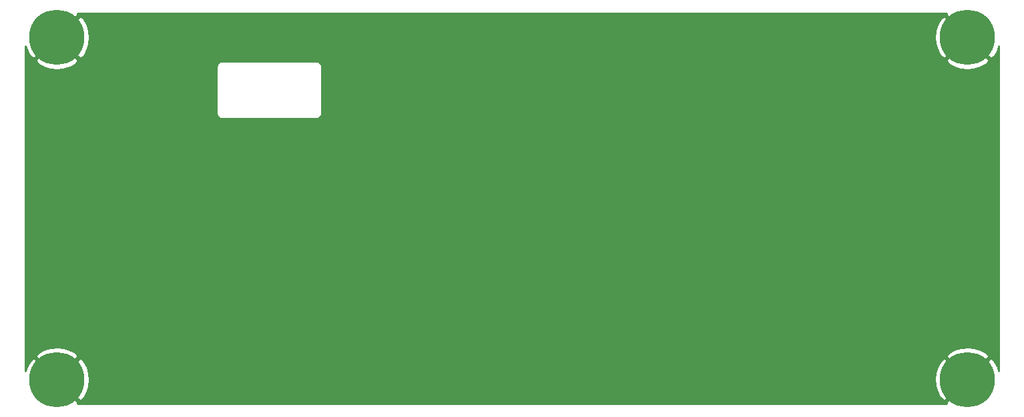
<source format=gtl>
G04 #@! TF.GenerationSoftware,KiCad,Pcbnew,(5.1.9)-1*
G04 #@! TF.CreationDate,2022-01-12T11:11:23-07:00*
G04 #@! TF.ProjectId,KiCAD_Front_Plate_02,4b694341-445f-4467-926f-6e745f506c61,rev?*
G04 #@! TF.SameCoordinates,Original*
G04 #@! TF.FileFunction,Copper,L1,Top*
G04 #@! TF.FilePolarity,Positive*
%FSLAX46Y46*%
G04 Gerber Fmt 4.6, Leading zero omitted, Abs format (unit mm)*
G04 Created by KiCad (PCBNEW (5.1.9)-1) date 2022-01-12 11:11:23*
%MOMM*%
%LPD*%
G01*
G04 APERTURE LIST*
G04 #@! TA.AperFunction,ComponentPad*
%ADD10C,7.000000*%
G04 #@! TD*
G04 #@! TA.AperFunction,Conductor*
%ADD11C,0.254000*%
G04 #@! TD*
G04 #@! TA.AperFunction,Conductor*
%ADD12C,0.100000*%
G04 #@! TD*
G04 APERTURE END LIST*
D10*
X4650000Y-3700000D03*
X120150000Y-3700000D03*
X120150000Y-47200000D03*
X4650000Y-47200000D03*
D11*
X117415450Y-785845D02*
X120150000Y-3520395D01*
X120164143Y-3506253D01*
X120343748Y-3685858D01*
X120329605Y-3700000D01*
X123064155Y-6434550D01*
X123584550Y-6038366D01*
X123974748Y-5323388D01*
X124140001Y-4795208D01*
X124140000Y-46111585D01*
X124002415Y-45643403D01*
X123624715Y-44921744D01*
X123584550Y-44861634D01*
X123064155Y-44465450D01*
X120329605Y-47200000D01*
X120343748Y-47214143D01*
X120164143Y-47393748D01*
X120150000Y-47379605D01*
X117415450Y-50114155D01*
X117511258Y-50240000D01*
X7288742Y-50240000D01*
X7384550Y-50114155D01*
X4650000Y-47379605D01*
X4635858Y-47393748D01*
X4456253Y-47214143D01*
X4470395Y-47200000D01*
X4829605Y-47200000D01*
X7564155Y-49934550D01*
X8084550Y-49538366D01*
X8474748Y-48823388D01*
X8717964Y-48046024D01*
X8804851Y-47236147D01*
X8798366Y-47163853D01*
X115995149Y-47163853D01*
X116067931Y-47975118D01*
X116297585Y-48756597D01*
X116675285Y-49478256D01*
X116715450Y-49538366D01*
X117235845Y-49934550D01*
X119970395Y-47200000D01*
X117235845Y-44465450D01*
X116715450Y-44861634D01*
X116325252Y-45576612D01*
X116082036Y-46353976D01*
X115995149Y-47163853D01*
X8798366Y-47163853D01*
X8732069Y-46424882D01*
X8502415Y-45643403D01*
X8124715Y-44921744D01*
X8084550Y-44861634D01*
X7564155Y-44465450D01*
X4829605Y-47200000D01*
X4470395Y-47200000D01*
X1735845Y-44465450D01*
X1215450Y-44861634D01*
X825252Y-45576612D01*
X660000Y-46104788D01*
X660000Y-44285845D01*
X1915450Y-44285845D01*
X4650000Y-47020395D01*
X7384550Y-44285845D01*
X117415450Y-44285845D01*
X120150000Y-47020395D01*
X122884550Y-44285845D01*
X122488366Y-43765450D01*
X121773388Y-43375252D01*
X120996024Y-43132036D01*
X120186147Y-43045149D01*
X119374882Y-43117931D01*
X118593403Y-43347585D01*
X117871744Y-43725285D01*
X117811634Y-43765450D01*
X117415450Y-44285845D01*
X7384550Y-44285845D01*
X6988366Y-43765450D01*
X6273388Y-43375252D01*
X5496024Y-43132036D01*
X4686147Y-43045149D01*
X3874882Y-43117931D01*
X3093403Y-43347585D01*
X2371744Y-43725285D01*
X2311634Y-43765450D01*
X1915450Y-44285845D01*
X660000Y-44285845D01*
X660000Y-6614155D01*
X1915450Y-6614155D01*
X2311634Y-7134550D01*
X3026612Y-7524748D01*
X3803976Y-7767964D01*
X4613853Y-7854851D01*
X5425118Y-7782069D01*
X6206597Y-7552415D01*
X6497811Y-7400000D01*
X24901807Y-7400000D01*
X24905000Y-7432419D01*
X24905001Y-13367571D01*
X24901807Y-13400000D01*
X24914550Y-13529383D01*
X24952290Y-13653793D01*
X25013575Y-13768450D01*
X25096052Y-13868948D01*
X25196550Y-13951425D01*
X25311207Y-14012710D01*
X25435617Y-14050450D01*
X25532581Y-14060000D01*
X25565000Y-14063193D01*
X25597419Y-14060000D01*
X37532581Y-14060000D01*
X37565000Y-14063193D01*
X37597419Y-14060000D01*
X37694383Y-14050450D01*
X37818793Y-14012710D01*
X37933450Y-13951425D01*
X38033948Y-13868948D01*
X38116425Y-13768450D01*
X38177710Y-13653793D01*
X38215450Y-13529383D01*
X38228193Y-13400000D01*
X38225000Y-13367581D01*
X38225000Y-7432419D01*
X38228193Y-7400000D01*
X38215450Y-7270617D01*
X38177710Y-7146207D01*
X38116425Y-7031550D01*
X38033948Y-6931052D01*
X37933450Y-6848575D01*
X37818793Y-6787290D01*
X37694383Y-6749550D01*
X37597419Y-6740000D01*
X37565000Y-6736807D01*
X37532581Y-6740000D01*
X25597419Y-6740000D01*
X25565000Y-6736807D01*
X25532581Y-6740000D01*
X25435617Y-6749550D01*
X25311207Y-6787290D01*
X25196550Y-6848575D01*
X25096052Y-6931052D01*
X25013575Y-7031550D01*
X24952290Y-7146207D01*
X24914550Y-7270617D01*
X24901807Y-7400000D01*
X6497811Y-7400000D01*
X6928256Y-7174715D01*
X6988366Y-7134550D01*
X7384550Y-6614155D01*
X117415450Y-6614155D01*
X117811634Y-7134550D01*
X118526612Y-7524748D01*
X119303976Y-7767964D01*
X120113853Y-7854851D01*
X120925118Y-7782069D01*
X121706597Y-7552415D01*
X122428256Y-7174715D01*
X122488366Y-7134550D01*
X122884550Y-6614155D01*
X120150000Y-3879605D01*
X117415450Y-6614155D01*
X7384550Y-6614155D01*
X4650000Y-3879605D01*
X1915450Y-6614155D01*
X660000Y-6614155D01*
X660000Y-4788415D01*
X797585Y-5256597D01*
X1175285Y-5978256D01*
X1215450Y-6038366D01*
X1735845Y-6434550D01*
X4470395Y-3700000D01*
X4829605Y-3700000D01*
X7564155Y-6434550D01*
X8084550Y-6038366D01*
X8474748Y-5323388D01*
X8717964Y-4546024D01*
X8804851Y-3736147D01*
X8798366Y-3663853D01*
X115995149Y-3663853D01*
X116067931Y-4475118D01*
X116297585Y-5256597D01*
X116675285Y-5978256D01*
X116715450Y-6038366D01*
X117235845Y-6434550D01*
X119970395Y-3700000D01*
X117235845Y-965450D01*
X116715450Y-1361634D01*
X116325252Y-2076612D01*
X116082036Y-2853976D01*
X115995149Y-3663853D01*
X8798366Y-3663853D01*
X8732069Y-2924882D01*
X8502415Y-2143403D01*
X8124715Y-1421744D01*
X8084550Y-1361634D01*
X7564155Y-965450D01*
X4829605Y-3700000D01*
X4470395Y-3700000D01*
X4456253Y-3685858D01*
X4635858Y-3506253D01*
X4650000Y-3520395D01*
X7384550Y-785845D01*
X7288742Y-660000D01*
X117511258Y-660000D01*
X117415450Y-785845D01*
G04 #@! TA.AperFunction,Conductor*
D12*
G36*
X117415450Y-785845D02*
G01*
X120150000Y-3520395D01*
X120164143Y-3506253D01*
X120343748Y-3685858D01*
X120329605Y-3700000D01*
X123064155Y-6434550D01*
X123584550Y-6038366D01*
X123974748Y-5323388D01*
X124140001Y-4795208D01*
X124140000Y-46111585D01*
X124002415Y-45643403D01*
X123624715Y-44921744D01*
X123584550Y-44861634D01*
X123064155Y-44465450D01*
X120329605Y-47200000D01*
X120343748Y-47214143D01*
X120164143Y-47393748D01*
X120150000Y-47379605D01*
X117415450Y-50114155D01*
X117511258Y-50240000D01*
X7288742Y-50240000D01*
X7384550Y-50114155D01*
X4650000Y-47379605D01*
X4635858Y-47393748D01*
X4456253Y-47214143D01*
X4470395Y-47200000D01*
X4829605Y-47200000D01*
X7564155Y-49934550D01*
X8084550Y-49538366D01*
X8474748Y-48823388D01*
X8717964Y-48046024D01*
X8804851Y-47236147D01*
X8798366Y-47163853D01*
X115995149Y-47163853D01*
X116067931Y-47975118D01*
X116297585Y-48756597D01*
X116675285Y-49478256D01*
X116715450Y-49538366D01*
X117235845Y-49934550D01*
X119970395Y-47200000D01*
X117235845Y-44465450D01*
X116715450Y-44861634D01*
X116325252Y-45576612D01*
X116082036Y-46353976D01*
X115995149Y-47163853D01*
X8798366Y-47163853D01*
X8732069Y-46424882D01*
X8502415Y-45643403D01*
X8124715Y-44921744D01*
X8084550Y-44861634D01*
X7564155Y-44465450D01*
X4829605Y-47200000D01*
X4470395Y-47200000D01*
X1735845Y-44465450D01*
X1215450Y-44861634D01*
X825252Y-45576612D01*
X660000Y-46104788D01*
X660000Y-44285845D01*
X1915450Y-44285845D01*
X4650000Y-47020395D01*
X7384550Y-44285845D01*
X117415450Y-44285845D01*
X120150000Y-47020395D01*
X122884550Y-44285845D01*
X122488366Y-43765450D01*
X121773388Y-43375252D01*
X120996024Y-43132036D01*
X120186147Y-43045149D01*
X119374882Y-43117931D01*
X118593403Y-43347585D01*
X117871744Y-43725285D01*
X117811634Y-43765450D01*
X117415450Y-44285845D01*
X7384550Y-44285845D01*
X6988366Y-43765450D01*
X6273388Y-43375252D01*
X5496024Y-43132036D01*
X4686147Y-43045149D01*
X3874882Y-43117931D01*
X3093403Y-43347585D01*
X2371744Y-43725285D01*
X2311634Y-43765450D01*
X1915450Y-44285845D01*
X660000Y-44285845D01*
X660000Y-6614155D01*
X1915450Y-6614155D01*
X2311634Y-7134550D01*
X3026612Y-7524748D01*
X3803976Y-7767964D01*
X4613853Y-7854851D01*
X5425118Y-7782069D01*
X6206597Y-7552415D01*
X6497811Y-7400000D01*
X24901807Y-7400000D01*
X24905000Y-7432419D01*
X24905001Y-13367571D01*
X24901807Y-13400000D01*
X24914550Y-13529383D01*
X24952290Y-13653793D01*
X25013575Y-13768450D01*
X25096052Y-13868948D01*
X25196550Y-13951425D01*
X25311207Y-14012710D01*
X25435617Y-14050450D01*
X25532581Y-14060000D01*
X25565000Y-14063193D01*
X25597419Y-14060000D01*
X37532581Y-14060000D01*
X37565000Y-14063193D01*
X37597419Y-14060000D01*
X37694383Y-14050450D01*
X37818793Y-14012710D01*
X37933450Y-13951425D01*
X38033948Y-13868948D01*
X38116425Y-13768450D01*
X38177710Y-13653793D01*
X38215450Y-13529383D01*
X38228193Y-13400000D01*
X38225000Y-13367581D01*
X38225000Y-7432419D01*
X38228193Y-7400000D01*
X38215450Y-7270617D01*
X38177710Y-7146207D01*
X38116425Y-7031550D01*
X38033948Y-6931052D01*
X37933450Y-6848575D01*
X37818793Y-6787290D01*
X37694383Y-6749550D01*
X37597419Y-6740000D01*
X37565000Y-6736807D01*
X37532581Y-6740000D01*
X25597419Y-6740000D01*
X25565000Y-6736807D01*
X25532581Y-6740000D01*
X25435617Y-6749550D01*
X25311207Y-6787290D01*
X25196550Y-6848575D01*
X25096052Y-6931052D01*
X25013575Y-7031550D01*
X24952290Y-7146207D01*
X24914550Y-7270617D01*
X24901807Y-7400000D01*
X6497811Y-7400000D01*
X6928256Y-7174715D01*
X6988366Y-7134550D01*
X7384550Y-6614155D01*
X117415450Y-6614155D01*
X117811634Y-7134550D01*
X118526612Y-7524748D01*
X119303976Y-7767964D01*
X120113853Y-7854851D01*
X120925118Y-7782069D01*
X121706597Y-7552415D01*
X122428256Y-7174715D01*
X122488366Y-7134550D01*
X122884550Y-6614155D01*
X120150000Y-3879605D01*
X117415450Y-6614155D01*
X7384550Y-6614155D01*
X4650000Y-3879605D01*
X1915450Y-6614155D01*
X660000Y-6614155D01*
X660000Y-4788415D01*
X797585Y-5256597D01*
X1175285Y-5978256D01*
X1215450Y-6038366D01*
X1735845Y-6434550D01*
X4470395Y-3700000D01*
X4829605Y-3700000D01*
X7564155Y-6434550D01*
X8084550Y-6038366D01*
X8474748Y-5323388D01*
X8717964Y-4546024D01*
X8804851Y-3736147D01*
X8798366Y-3663853D01*
X115995149Y-3663853D01*
X116067931Y-4475118D01*
X116297585Y-5256597D01*
X116675285Y-5978256D01*
X116715450Y-6038366D01*
X117235845Y-6434550D01*
X119970395Y-3700000D01*
X117235845Y-965450D01*
X116715450Y-1361634D01*
X116325252Y-2076612D01*
X116082036Y-2853976D01*
X115995149Y-3663853D01*
X8798366Y-3663853D01*
X8732069Y-2924882D01*
X8502415Y-2143403D01*
X8124715Y-1421744D01*
X8084550Y-1361634D01*
X7564155Y-965450D01*
X4829605Y-3700000D01*
X4470395Y-3700000D01*
X4456253Y-3685858D01*
X4635858Y-3506253D01*
X4650000Y-3520395D01*
X7384550Y-785845D01*
X7288742Y-660000D01*
X117511258Y-660000D01*
X117415450Y-785845D01*
G37*
G04 #@! TD.AperFunction*
M02*

</source>
